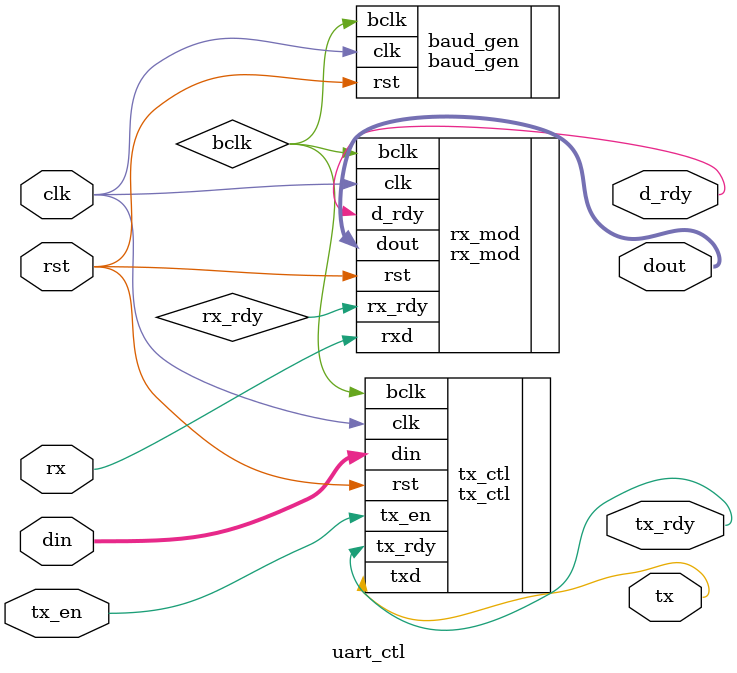
<source format=v>
module uart_ctl(
    input           clk,
    input           rst,

    input           rx,
//  input           rts,

    // Data to send.
    input    [7:0]  din,
    // Enable transmission ( data ready ).
    input           tx_en,

    // Transmission wire.
    output          tx,
//  output          cts,

    // Received data.
    output   [7:0]  dout,
    // Receive ends; data ready.
    output          d_rdy,
    // Controller ready for transmission.
    output          tx_rdy
);

    wire    bclk;

    baud_gen baud_gen(
        .clk(clk),
        .rst(rst),

        .bclk(bclk)
    );

    rx_mod rx_mod(
        .clk (clk),
        .rst (rst),
        .bclk(bclk),
        .rxd (rx),

        .dout  (dout),
        .rx_rdy(rx_rdy),
        .d_rdy (d_rdy)
    );

    tx_ctl tx_ctl(
        .clk (clk),
        .rst (rst),
        .bclk(bclk),

        .din(din),
        .tx_en (tx_en),

        .txd(tx),
        .tx_rdy(tx_rdy)
    );

endmodule

</source>
